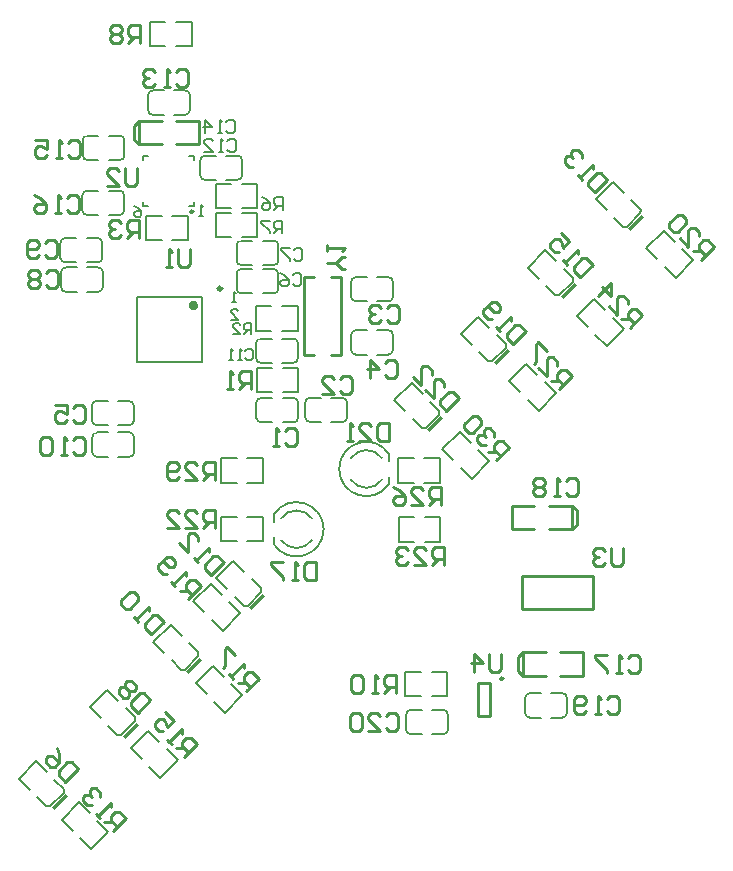
<source format=gbo>
G04 Layer_Color=32896*
%FSLAX25Y25*%
%MOIN*%
G70*
G01*
G75*
%ADD15C,0.01000*%
%ADD46C,0.00787*%
%ADD47C,0.00600*%
G04:AMPARAMS|DCode=48|XSize=11.81mil|YSize=62.99mil|CornerRadius=0mil|HoleSize=0mil|Usage=FLASHONLY|Rotation=135.000|XOffset=0mil|YOffset=0mil|HoleType=Round|Shape=Rectangle|*
%AMROTATEDRECTD48*
4,1,4,0.02645,0.01810,-0.01810,-0.02645,-0.02645,-0.01810,0.01810,0.02645,0.02645,0.01810,0.0*
%
%ADD48ROTATEDRECTD48*%

%ADD75C,0.00984*%
%ADD76C,0.01181*%
%ADD77C,0.01575*%
%ADD78C,0.00700*%
D15*
X172895Y52338D02*
X174612Y50755D01*
X172895Y57062D02*
X174612Y58645D01*
X172895Y52338D02*
Y57062D01*
X174612Y58645D02*
X182238D01*
X186962D02*
X194588D01*
X186962Y50755D02*
X194588D01*
X174612D02*
X182238D01*
X194588D02*
Y58645D01*
X174612Y50755D02*
Y58645D01*
X190788Y107545D02*
X192505Y105962D01*
X190788Y99655D02*
X192505Y101238D01*
Y105962D01*
X183162Y99655D02*
X190788D01*
X170812D02*
X178438D01*
X170812Y107545D02*
X178438D01*
X183162D02*
X190788D01*
X170812Y99655D02*
Y107545D01*
X190788Y99655D02*
Y107545D01*
X44895Y229538D02*
X46612Y227955D01*
X44895Y234262D02*
X46612Y235845D01*
X44895Y229538D02*
Y234262D01*
X46612Y235845D02*
X54238D01*
X58962D02*
X66588D01*
X58962Y227955D02*
X66588D01*
X46612D02*
X54238D01*
X66588D02*
Y235845D01*
X46612Y227955D02*
Y235845D01*
X114099Y157709D02*
X114099Y183891D01*
X110556Y157709D02*
X114099D01*
X110556Y183891D02*
X114099D01*
X101501Y157709D02*
X105044D01*
X101501Y183891D02*
X105044D01*
X101501Y157709D02*
X101501Y183891D01*
X159731Y37488D02*
Y48512D01*
X163669Y37488D02*
Y48512D01*
X159731Y37488D02*
X163669D01*
X159731Y48512D02*
X163669D01*
X174289Y73088D02*
Y84112D01*
X197911D01*
Y73088D02*
Y84112D01*
X174289Y73088D02*
X197911D01*
X129401Y173498D02*
X130401Y174498D01*
X132400D01*
X133400Y173498D01*
Y169500D01*
X132400Y168500D01*
X130401D01*
X129401Y169500D01*
X127402Y173498D02*
X126402Y174498D01*
X124403D01*
X123403Y173498D01*
Y172499D01*
X124403Y171499D01*
X125403D01*
X124403D01*
X123403Y170499D01*
Y169500D01*
X124403Y168500D01*
X126402D01*
X127402Y169500D01*
X128697Y155229D02*
X129697Y156229D01*
X131696D01*
X132696Y155229D01*
Y151231D01*
X131696Y150231D01*
X129697D01*
X128697Y151231D01*
X123699Y150231D02*
Y156229D01*
X126698Y153230D01*
X122699D01*
X130000Y135098D02*
Y129100D01*
X127001D01*
X126001Y130100D01*
Y134098D01*
X127001Y135098D01*
X130000D01*
X120003Y129100D02*
X124002D01*
X120003Y133099D01*
Y134098D01*
X121003Y135098D01*
X123002D01*
X124002Y134098D01*
X118004Y129100D02*
X116005D01*
X117004D01*
Y135098D01*
X118004Y134098D01*
X105600Y88798D02*
Y82800D01*
X102601D01*
X101601Y83800D01*
Y87798D01*
X102601Y88798D01*
X105600D01*
X99602Y82800D02*
X97603D01*
X98602D01*
Y88798D01*
X99602Y87798D01*
X94604Y88798D02*
X90605D01*
Y87798D01*
X94604Y83800D01*
Y82800D01*
X72100Y116200D02*
Y122198D01*
X69101D01*
X68101Y121198D01*
Y119199D01*
X69101Y118199D01*
X72100D01*
X70101D02*
X68101Y116200D01*
X62103D02*
X66102D01*
X62103Y120199D01*
Y121198D01*
X63103Y122198D01*
X65102D01*
X66102Y121198D01*
X60104Y117200D02*
X59104Y116200D01*
X57105D01*
X56105Y117200D01*
Y121198D01*
X57105Y122198D01*
X59104D01*
X60104Y121198D01*
Y120199D01*
X59104Y119199D01*
X56105D01*
X72000Y100200D02*
Y106198D01*
X69001D01*
X68001Y105198D01*
Y103199D01*
X69001Y102199D01*
X72000D01*
X70001D02*
X68001Y100200D01*
X62003D02*
X66002D01*
X62003Y104199D01*
Y105198D01*
X63003Y106198D01*
X65002D01*
X66002Y105198D01*
X56005Y100200D02*
X60004D01*
X56005Y104199D01*
Y105198D01*
X57005Y106198D01*
X59004D01*
X60004Y105198D01*
X74841Y88641D02*
X70600Y84400D01*
X68479Y86521D01*
Y87934D01*
X71307Y90762D01*
X72721D01*
X74841Y88641D01*
X66359D02*
X64945Y90055D01*
X65652Y89348D01*
X69893Y93589D01*
Y92176D01*
X59997Y95003D02*
X62824Y92176D01*
Y97831D01*
X63531Y98538D01*
X64945D01*
X66359Y97124D01*
Y95710D01*
X63000Y76400D02*
X67241Y80641D01*
X65121Y82762D01*
X63707D01*
X62293Y81348D01*
Y79934D01*
X64414Y77814D01*
X63000Y79228D02*
X60172D01*
X58759Y80641D02*
X57345Y82055D01*
X58052Y81348D01*
X62293Y85589D01*
Y84176D01*
X55931Y84882D02*
X54518D01*
X53104Y86296D01*
Y87710D01*
X55931Y90538D01*
X57345D01*
X58759Y89124D01*
Y87710D01*
X58052Y87003D01*
X56638D01*
X54518Y89124D01*
X82300Y45700D02*
X86541Y49941D01*
X84421Y52062D01*
X83007D01*
X81593Y50648D01*
Y49234D01*
X83714Y47114D01*
X82300Y48528D02*
X79473D01*
X78059Y49941D02*
X76645Y51355D01*
X77352Y50648D01*
X81593Y54889D01*
Y53476D01*
X78766Y57717D02*
X75938Y60544D01*
X75231Y59838D01*
Y54182D01*
X74524Y53476D01*
X54841Y68941D02*
X50600Y64700D01*
X48479Y66821D01*
Y68234D01*
X51307Y71062D01*
X52721D01*
X54841Y68941D01*
X46359D02*
X44945Y70355D01*
X45652Y69648D01*
X49893Y73889D01*
Y72476D01*
X46359Y76010D02*
Y77424D01*
X44945Y78838D01*
X43531D01*
X40704Y76010D01*
Y74596D01*
X42118Y73182D01*
X43531D01*
X46359Y76010D01*
X50441Y42841D02*
X46200Y38600D01*
X44079Y40721D01*
Y42134D01*
X46907Y44962D01*
X48321D01*
X50441Y42841D01*
X45493Y46376D02*
Y47789D01*
X44079Y49203D01*
X42666D01*
X41959Y48496D01*
Y47082D01*
X40545D01*
X39838Y46376D01*
Y44962D01*
X41252Y43548D01*
X42666D01*
X43372Y44255D01*
Y45669D01*
X44786D01*
X45493Y46376D01*
X43372Y45669D02*
X41959Y47082D01*
X61700Y23800D02*
X65941Y28041D01*
X63821Y30162D01*
X62407D01*
X60993Y28748D01*
Y27334D01*
X63114Y25214D01*
X61700Y26627D02*
X58872D01*
X57459Y28041D02*
X56045Y29455D01*
X56752Y28748D01*
X60993Y32989D01*
Y31576D01*
X55338Y38644D02*
X58166Y35817D01*
X56045Y33696D01*
X55338Y35817D01*
X54631Y36524D01*
X53218D01*
X51804Y35110D01*
Y33696D01*
X53218Y32283D01*
X54631D01*
X37900Y-800D02*
X42141Y3441D01*
X40021Y5562D01*
X38607D01*
X37193Y4148D01*
Y2734D01*
X39314Y614D01*
X37900Y2028D02*
X35072D01*
X33659Y3441D02*
X32245Y4855D01*
X32952Y4148D01*
X37193Y8389D01*
Y6976D01*
X33659Y10510D02*
Y11924D01*
X32245Y13338D01*
X30831D01*
X30124Y12631D01*
Y11217D01*
X30831Y10510D01*
X30124Y11217D01*
X28711D01*
X28004Y10510D01*
Y9096D01*
X29417Y7683D01*
X30831D01*
X147200Y107800D02*
Y113798D01*
X144201D01*
X143201Y112798D01*
Y110799D01*
X144201Y109799D01*
X147200D01*
X145201D02*
X143201Y107800D01*
X137203D02*
X141202D01*
X137203Y111799D01*
Y112798D01*
X138203Y113798D01*
X140202D01*
X141202Y112798D01*
X131205Y113798D02*
X133204Y112798D01*
X135204Y110799D01*
Y108800D01*
X134204Y107800D01*
X132205D01*
X131205Y108800D01*
Y109799D01*
X132205Y110799D01*
X135204D01*
X148200Y87700D02*
Y93698D01*
X145201D01*
X144201Y92698D01*
Y90699D01*
X145201Y89699D01*
X148200D01*
X146201D02*
X144201Y87700D01*
X138203D02*
X142202D01*
X138203Y91699D01*
Y92698D01*
X139203Y93698D01*
X141202D01*
X142202Y92698D01*
X136204D02*
X135204Y93698D01*
X133205D01*
X132205Y92698D01*
Y91699D01*
X133205Y90699D01*
X134204D01*
X133205D01*
X132205Y89699D01*
Y88700D01*
X133205Y87700D01*
X135204D01*
X136204Y88700D01*
X153341Y143441D02*
X149100Y139200D01*
X146979Y141321D01*
Y142734D01*
X149807Y145562D01*
X151221D01*
X153341Y143441D01*
X142031Y146269D02*
X144859Y143441D01*
Y149096D01*
X145566Y149803D01*
X146979D01*
X148393Y148389D01*
Y146976D01*
X137790Y150510D02*
X140618Y147682D01*
Y153338D01*
X141324Y154044D01*
X142738D01*
X144152Y152631D01*
Y151217D01*
X165700Y122700D02*
X169941Y126941D01*
X167821Y129062D01*
X166407D01*
X164993Y127648D01*
Y126234D01*
X167114Y124114D01*
X165700Y125528D02*
X162873D01*
X164993Y130476D02*
Y131889D01*
X163579Y133303D01*
X162166D01*
X161459Y132596D01*
Y131183D01*
X162166Y130476D01*
X161459Y131183D01*
X160045D01*
X159338Y130476D01*
Y129062D01*
X160752Y127648D01*
X162166D01*
X160752Y134717D02*
Y136131D01*
X159338Y137544D01*
X157924D01*
X155097Y134717D01*
Y133303D01*
X156511Y131889D01*
X157924D01*
X160752Y134717D01*
X175541Y165641D02*
X171300Y161400D01*
X169179Y163521D01*
Y164934D01*
X172007Y167762D01*
X173421D01*
X175541Y165641D01*
X167059D02*
X165645Y167055D01*
X166352Y166348D01*
X170593Y170589D01*
Y169176D01*
X164231Y169883D02*
X162818D01*
X161404Y171296D01*
Y172710D01*
X164231Y175538D01*
X165645D01*
X167059Y174124D01*
Y172710D01*
X166352Y172003D01*
X164938D01*
X162818Y174124D01*
X186700Y146400D02*
X190941Y150641D01*
X188821Y152762D01*
X187407D01*
X185993Y151348D01*
Y149934D01*
X188114Y147814D01*
X186700Y149227D02*
X183872D01*
X179631Y153469D02*
X182459Y150641D01*
Y156296D01*
X183166Y157003D01*
X184579D01*
X185993Y155589D01*
Y154176D01*
X182459Y159124D02*
X179631Y161951D01*
X178924Y161244D01*
Y155589D01*
X178217Y154883D01*
X197841Y187941D02*
X193600Y183700D01*
X191479Y185821D01*
Y187234D01*
X194307Y190062D01*
X195721D01*
X197841Y187941D01*
X189359D02*
X187945Y189355D01*
X188652Y188648D01*
X192893Y192889D01*
Y191476D01*
X187238Y198544D02*
X190066Y195717D01*
X187945Y193596D01*
X187238Y195717D01*
X186531Y196424D01*
X185117D01*
X183704Y195010D01*
Y193596D01*
X185117Y192183D01*
X186531D01*
X210200Y166900D02*
X214441Y171141D01*
X212321Y173262D01*
X210907D01*
X209493Y171848D01*
Y170434D01*
X211614Y168314D01*
X210200Y169728D02*
X207372D01*
X203131Y173969D02*
X205959Y171141D01*
Y176796D01*
X206666Y177503D01*
X208079D01*
X209493Y176089D01*
Y174676D01*
X199597Y177503D02*
X203838Y181744D01*
Y177503D01*
X201011Y180331D01*
X202741Y216241D02*
X198500Y212000D01*
X196379Y214121D01*
Y215534D01*
X199207Y218362D01*
X200621D01*
X202741Y216241D01*
X194259D02*
X192845Y217655D01*
X193552Y216948D01*
X197793Y221189D01*
Y219776D01*
X194259Y223310D02*
Y224724D01*
X192845Y226138D01*
X191431D01*
X190724Y225431D01*
Y224017D01*
X191431Y223310D01*
X190724Y224017D01*
X189311D01*
X188604Y223310D01*
Y221896D01*
X190017Y220482D01*
X191431D01*
X234000Y189600D02*
X238241Y193841D01*
X236121Y195962D01*
X234707D01*
X233293Y194548D01*
Y193134D01*
X235414Y191014D01*
X234000Y192428D02*
X231172D01*
X226931Y196669D02*
X229759Y193841D01*
Y199496D01*
X230466Y200203D01*
X231879D01*
X233293Y198789D01*
Y197376D01*
X229052Y201617D02*
Y203031D01*
X227638Y204444D01*
X226224D01*
X223397Y201617D01*
Y200203D01*
X224811Y198789D01*
X226224D01*
X229052Y201617D01*
X22501Y210098D02*
X23501Y211098D01*
X25500D01*
X26500Y210098D01*
Y206100D01*
X25500Y205100D01*
X23501D01*
X22501Y206100D01*
X20502Y205100D02*
X18503D01*
X19502D01*
Y211098D01*
X20502Y210098D01*
X11505Y211098D02*
X13504Y210098D01*
X15504Y208099D01*
Y206100D01*
X14504Y205100D01*
X12505D01*
X11505Y206100D01*
Y207099D01*
X12505Y208099D01*
X15504D01*
X26241Y19841D02*
X22000Y15600D01*
X19879Y17721D01*
Y19134D01*
X22707Y21962D01*
X24121D01*
X26241Y19841D01*
X19173Y26910D02*
X19879Y24789D01*
Y21962D01*
X18466Y20548D01*
X17052D01*
X15638Y21962D01*
Y23376D01*
X16345Y24082D01*
X17759D01*
X19879Y21962D01*
X23101Y228498D02*
X24101Y229498D01*
X26100D01*
X27100Y228498D01*
Y224500D01*
X26100Y223500D01*
X24101D01*
X23101Y224500D01*
X21102Y223500D02*
X19103D01*
X20102D01*
Y229498D01*
X21102Y228498D01*
X12105Y229498D02*
X16104D01*
Y226499D01*
X14104Y227499D01*
X13104D01*
X12105Y226499D01*
Y224500D01*
X13104Y223500D01*
X15104D01*
X16104Y224500D01*
X59101Y251998D02*
X60101Y252998D01*
X62100D01*
X63100Y251998D01*
Y248000D01*
X62100Y247000D01*
X60101D01*
X59101Y248000D01*
X57102Y247000D02*
X55103D01*
X56102D01*
Y252998D01*
X57102Y251998D01*
X52104D02*
X51104Y252998D01*
X49104D01*
X48105Y251998D01*
Y250999D01*
X49104Y249999D01*
X50104D01*
X49104D01*
X48105Y248999D01*
Y248000D01*
X49104Y247000D01*
X51104D01*
X52104Y248000D01*
X113501Y149698D02*
X114501Y150698D01*
X116500D01*
X117500Y149698D01*
Y145700D01*
X116500Y144700D01*
X114501D01*
X113501Y145700D01*
X107503Y144700D02*
X111502D01*
X107503Y148699D01*
Y149698D01*
X108503Y150698D01*
X110502D01*
X111502Y149698D01*
X95401Y132498D02*
X96401Y133498D01*
X98400D01*
X99400Y132498D01*
Y128500D01*
X98400Y127500D01*
X96401D01*
X95401Y128500D01*
X93402Y127500D02*
X91403D01*
X92402D01*
Y133498D01*
X93402Y132498D01*
X24501Y140098D02*
X25501Y141098D01*
X27500D01*
X28500Y140098D01*
Y136100D01*
X27500Y135100D01*
X25501D01*
X24501Y136100D01*
X18503Y141098D02*
X22502D01*
Y138099D01*
X20503Y139099D01*
X19503D01*
X18503Y138099D01*
Y136100D01*
X19503Y135100D01*
X21502D01*
X22502Y136100D01*
X24601Y129598D02*
X25601Y130598D01*
X27600D01*
X28600Y129598D01*
Y125600D01*
X27600Y124600D01*
X25601D01*
X24601Y125600D01*
X22602Y124600D02*
X20603D01*
X21602D01*
Y130598D01*
X22602Y129598D01*
X17604D02*
X16604Y130598D01*
X14604D01*
X13605Y129598D01*
Y125600D01*
X14604Y124600D01*
X16604D01*
X17604Y125600D01*
Y129598D01*
X15201Y195198D02*
X16201Y196198D01*
X18200D01*
X19200Y195198D01*
Y191200D01*
X18200Y190200D01*
X16201D01*
X15201Y191200D01*
X13202D02*
X12202Y190200D01*
X10203D01*
X9203Y191200D01*
Y195198D01*
X10203Y196198D01*
X12202D01*
X13202Y195198D01*
Y194199D01*
X12202Y193199D01*
X9203D01*
X15501Y185198D02*
X16501Y186198D01*
X18500D01*
X19500Y185198D01*
Y181200D01*
X18500Y180200D01*
X16501D01*
X15501Y181200D01*
X13502Y185198D02*
X12502Y186198D01*
X10503D01*
X9503Y185198D01*
Y184199D01*
X10503Y183199D01*
X9503Y182199D01*
Y181200D01*
X10503Y180200D01*
X12502D01*
X13502Y181200D01*
Y182199D01*
X12502Y183199D01*
X13502Y184199D01*
Y185198D01*
X12502Y183199D02*
X10503D01*
X189101Y115698D02*
X190101Y116698D01*
X192100D01*
X193100Y115698D01*
Y111700D01*
X192100Y110700D01*
X190101D01*
X189101Y111700D01*
X187102Y110700D02*
X185103D01*
X186102D01*
Y116698D01*
X187102Y115698D01*
X182104D02*
X181104Y116698D01*
X179104D01*
X178105Y115698D01*
Y114699D01*
X179104Y113699D01*
X178105Y112699D01*
Y111700D01*
X179104Y110700D01*
X181104D01*
X182104Y111700D01*
Y112699D01*
X181104Y113699D01*
X182104Y114699D01*
Y115698D01*
X181104Y113699D02*
X179104D01*
X209501Y56698D02*
X210501Y57698D01*
X212500D01*
X213500Y56698D01*
Y52700D01*
X212500Y51700D01*
X210501D01*
X209501Y52700D01*
X207502Y51700D02*
X205503D01*
X206502D01*
Y57698D01*
X207502Y56698D01*
X202504Y57698D02*
X198505D01*
Y56698D01*
X202504Y52700D01*
Y51700D01*
X129001Y37498D02*
X130001Y38498D01*
X132000D01*
X133000Y37498D01*
Y33500D01*
X132000Y32500D01*
X130001D01*
X129001Y33500D01*
X123003Y32500D02*
X127002D01*
X123003Y36499D01*
Y37498D01*
X124003Y38498D01*
X126002D01*
X127002Y37498D01*
X121004D02*
X120004Y38498D01*
X118005D01*
X117005Y37498D01*
Y33500D01*
X118005Y32500D01*
X120004D01*
X121004Y33500D01*
Y37498D01*
X202501Y43098D02*
X203501Y44098D01*
X205500D01*
X206500Y43098D01*
Y39100D01*
X205500Y38100D01*
X203501D01*
X202501Y39100D01*
X200502Y38100D02*
X198503D01*
X199502D01*
Y44098D01*
X200502Y43098D01*
X195504Y39100D02*
X194504Y38100D01*
X192505D01*
X191505Y39100D01*
Y43098D01*
X192505Y44098D01*
X194504D01*
X195504Y43098D01*
Y42099D01*
X194504Y41099D01*
X191505D01*
X46900Y261700D02*
Y267698D01*
X43901D01*
X42901Y266698D01*
Y264699D01*
X43901Y263699D01*
X46900D01*
X44901D02*
X42901Y261700D01*
X40902Y266698D02*
X39902Y267698D01*
X37903D01*
X36903Y266698D01*
Y265699D01*
X37903Y264699D01*
X36903Y263699D01*
Y262700D01*
X37903Y261700D01*
X39902D01*
X40902Y262700D01*
Y263699D01*
X39902Y264699D01*
X40902Y265699D01*
Y266698D01*
X39902Y264699D02*
X37903D01*
X46700Y196800D02*
Y202798D01*
X43701D01*
X42701Y201798D01*
Y199799D01*
X43701Y198799D01*
X46700D01*
X44701D02*
X42701Y196800D01*
X40702Y201798D02*
X39702Y202798D01*
X37703D01*
X36703Y201798D01*
Y200799D01*
X37703Y199799D01*
X38703D01*
X37703D01*
X36703Y198799D01*
Y197800D01*
X37703Y196800D01*
X39702D01*
X40702Y197800D01*
X83900Y146300D02*
Y152298D01*
X80901D01*
X79901Y151298D01*
Y149299D01*
X80901Y148299D01*
X83900D01*
X81901D02*
X79901Y146300D01*
X77902D02*
X75903D01*
X76902D01*
Y152298D01*
X77902Y151298D01*
X132200Y45100D02*
Y51098D01*
X129201D01*
X128201Y50098D01*
Y48099D01*
X129201Y47099D01*
X132200D01*
X130201D02*
X128201Y45100D01*
X126202D02*
X124203D01*
X125202D01*
Y51098D01*
X126202Y50098D01*
X121204D02*
X120204Y51098D01*
X118204D01*
X117205Y50098D01*
Y46100D01*
X118204Y45100D01*
X120204D01*
X121204Y46100D01*
Y50098D01*
X45900Y219998D02*
Y215000D01*
X44900Y214000D01*
X42901D01*
X41901Y215000D01*
Y219998D01*
X35903Y214000D02*
X39902D01*
X35903Y217999D01*
Y218998D01*
X36903Y219998D01*
X38902D01*
X39902Y218998D01*
X63600Y193098D02*
Y188100D01*
X62600Y187100D01*
X60601D01*
X59601Y188100D01*
Y193098D01*
X57602Y187100D02*
X55603D01*
X56602D01*
Y193098D01*
X57602Y192098D01*
X208100Y93498D02*
Y88500D01*
X207100Y87500D01*
X205101D01*
X204101Y88500D01*
Y93498D01*
X202102Y92498D02*
X201102Y93498D01*
X199103D01*
X198103Y92498D01*
Y91499D01*
X199103Y90499D01*
X200103D01*
X199103D01*
X198103Y89499D01*
Y88500D01*
X199103Y87500D01*
X201102D01*
X202102Y88500D01*
X167400Y57998D02*
Y53000D01*
X166400Y52000D01*
X164401D01*
X163401Y53000D01*
Y57998D01*
X158403Y52000D02*
Y57998D01*
X161402Y54999D01*
X157403D01*
X115198Y186500D02*
X114198D01*
X112199Y188499D01*
X114198Y190499D01*
X115198D01*
X112199Y188499D02*
X109200D01*
Y192498D02*
Y194497D01*
Y193498D01*
X115198D01*
X114198Y192498D01*
D46*
X117332Y177200D02*
G03*
X118906Y175625I1575J0D01*
G01*
X118906Y183775D02*
G03*
X117332Y182200I0J-1575D01*
G01*
X131269Y182200D02*
G03*
X129694Y183775I-1575J0D01*
G01*
X129694Y175625D02*
G03*
X131269Y177200I-0J1575D01*
G01*
X117332Y159500D02*
G03*
X118906Y157925I1575J0D01*
G01*
X118906Y166075D02*
G03*
X117332Y164500I0J-1575D01*
G01*
X131269Y164500D02*
G03*
X129694Y166075I-1575J0D01*
G01*
X129694Y157925D02*
G03*
X131269Y159500I-0J1575D01*
G01*
X127560Y123412D02*
G03*
X117239Y123412I-5161J-3612D01*
G01*
X129934Y124823D02*
G03*
X129934Y114777I-7534J-5023D01*
G01*
X117239Y116188D02*
G03*
X127560Y116188I5161J3612D01*
G01*
X93940Y96088D02*
G03*
X104261Y96088I5161J3612D01*
G01*
X91566Y94677D02*
G03*
X91566Y104723I7534J5023D01*
G01*
X104261Y103312D02*
G03*
X93940Y103312I-5161J-3612D01*
G01*
X67032Y217700D02*
G03*
X68606Y216125I1575J0D01*
G01*
X68606Y224275D02*
G03*
X67032Y222700I0J-1575D01*
G01*
X80968Y222700D02*
G03*
X79394Y224275I-1575J0D01*
G01*
X79394Y216125D02*
G03*
X80968Y217700I-0J1575D01*
G01*
X27731Y206000D02*
G03*
X29306Y204425I1575J0D01*
G01*
X29306Y212575D02*
G03*
X27731Y211000I0J-1575D01*
G01*
X41668Y211000D02*
G03*
X40094Y212575I-1575J0D01*
G01*
X40094Y204425D02*
G03*
X41668Y206000I-0J1575D01*
G01*
X176906Y45075D02*
G03*
X175331Y43500I0J-1575D01*
G01*
X175331Y38500D02*
G03*
X176906Y36925I1575J0D01*
G01*
X187694Y36925D02*
G03*
X189269Y38500I0J1575D01*
G01*
X189269Y43500D02*
G03*
X187694Y45075I-1575J0D01*
G01*
X147994Y31325D02*
G03*
X149568Y32900I-0J1575D01*
G01*
X149568Y37900D02*
G03*
X147994Y39475I-1575J0D01*
G01*
X137206Y39475D02*
G03*
X135632Y37900I0J-1575D01*
G01*
X135632Y32900D02*
G03*
X137206Y31325I1575J0D01*
G01*
X32606Y131975D02*
G03*
X31032Y130400I0J-1575D01*
G01*
X31032Y125400D02*
G03*
X32606Y123825I1575J0D01*
G01*
X43394Y123825D02*
G03*
X44969Y125400I0J1575D01*
G01*
X44969Y130400D02*
G03*
X43394Y131975I-1575J0D01*
G01*
X32506Y142475D02*
G03*
X30931Y140900I0J-1575D01*
G01*
X30931Y135900D02*
G03*
X32506Y134325I1575J0D01*
G01*
X43294Y134325D02*
G03*
X44868Y135900I0J1575D01*
G01*
X44868Y140900D02*
G03*
X43294Y142475I-1575J0D01*
G01*
X22206Y186975D02*
G03*
X20631Y185400I0J-1575D01*
G01*
X20631Y180400D02*
G03*
X22206Y178825I1575J0D01*
G01*
X32994Y178825D02*
G03*
X34569Y180400I0J1575D01*
G01*
X34569Y185400D02*
G03*
X32994Y186975I-1575J0D01*
G01*
X22006Y196775D02*
G03*
X20432Y195200I0J-1575D01*
G01*
X20432Y190200D02*
G03*
X22006Y188625I1575J0D01*
G01*
X32794Y188625D02*
G03*
X34369Y190200I0J1575D01*
G01*
X34369Y195200D02*
G03*
X32794Y196775I-1575J0D01*
G01*
X103606Y143575D02*
G03*
X102032Y142000I0J-1575D01*
G01*
X102032Y137000D02*
G03*
X103606Y135425I1575J0D01*
G01*
X114394Y135425D02*
G03*
X115969Y137000I0J1575D01*
G01*
X115969Y142000D02*
G03*
X114394Y143575I-1575J0D01*
G01*
X87206Y163275D02*
G03*
X85632Y161700I0J-1575D01*
G01*
X85632Y156700D02*
G03*
X87206Y155125I1575J0D01*
G01*
X97994Y155125D02*
G03*
X99568Y156700I0J1575D01*
G01*
X99568Y161700D02*
G03*
X97994Y163275I-1575J0D01*
G01*
X98094Y135325D02*
G03*
X99669Y136900I-0J1575D01*
G01*
X99669Y141900D02*
G03*
X98094Y143475I-1575J0D01*
G01*
X87306Y143475D02*
G03*
X85732Y141900I0J-1575D01*
G01*
X85732Y136900D02*
G03*
X87306Y135325I1575J0D01*
G01*
X29406Y230875D02*
G03*
X27832Y229300I0J-1575D01*
G01*
X27832Y224300D02*
G03*
X29406Y222725I1575J0D01*
G01*
X40194Y222725D02*
G03*
X41769Y224300I0J1575D01*
G01*
X41769Y229300D02*
G03*
X40194Y230875I-1575J0D01*
G01*
X91494Y187725D02*
G03*
X93068Y189300I-0J1575D01*
G01*
X93068Y194300D02*
G03*
X91494Y195875I-1575J0D01*
G01*
X80706Y195875D02*
G03*
X79132Y194300I0J-1575D01*
G01*
X79132Y189300D02*
G03*
X80706Y187725I1575J0D01*
G01*
X80706Y186475D02*
G03*
X79132Y184900I0J-1575D01*
G01*
X79132Y179900D02*
G03*
X80706Y178325I1575J0D01*
G01*
X91494Y178325D02*
G03*
X93068Y179900I0J1575D01*
G01*
X93068Y184900D02*
G03*
X91494Y186475I-1575J0D01*
G01*
X51206Y245975D02*
G03*
X49632Y244400I0J-1575D01*
G01*
X49632Y239400D02*
G03*
X51206Y237825I1575J0D01*
G01*
X61994Y237825D02*
G03*
X63569Y239400I0J1575D01*
G01*
X63569Y244400D02*
G03*
X61994Y245975I-1575J0D01*
G01*
X72132Y206725D02*
X77328D01*
X80872D02*
X86068D01*
X80872Y214875D02*
X86068D01*
X72132D02*
X77328D01*
X72132Y206725D02*
Y214875D01*
X86068Y206725D02*
Y214875D01*
X72132Y197125D02*
X77328D01*
X80872D02*
X86068D01*
X80872Y205275D02*
X86068D01*
X72132D02*
X77328D01*
X72132Y197125D02*
Y205275D01*
X86068Y197125D02*
Y205275D01*
X117332Y177200D02*
Y182200D01*
X118906Y183775D02*
X122528D01*
X131269Y177200D02*
Y182200D01*
X126072Y183775D02*
X129694D01*
X126072Y175625D02*
X129694D01*
X118906D02*
X122528D01*
X117332Y159500D02*
Y164500D01*
X118906Y166075D02*
X122528D01*
X131269Y159500D02*
Y164500D01*
X126072Y166075D02*
X129694D01*
X126072Y157925D02*
X129694D01*
X118906D02*
X122528D01*
X129934Y122300D02*
Y124823D01*
Y114754D02*
Y117277D01*
X91566Y94677D02*
Y97200D01*
Y102223D02*
Y104746D01*
X82772Y123375D02*
X87968D01*
X74032D02*
X79228D01*
X74032Y115225D02*
X79228D01*
X82772D02*
X87968D01*
Y123375D01*
X74032Y115225D02*
Y123375D01*
X82772Y103775D02*
X87968D01*
X74032D02*
X79228D01*
X74032Y95625D02*
X79228D01*
X82772D02*
X87968D01*
Y103775D01*
X74032Y95625D02*
Y103775D01*
X78471Y77266D02*
X81492Y74245D01*
X82800D01*
X87255Y78700D02*
X87296Y79966D01*
X84234Y83029D02*
X87296Y79966D01*
X78054Y89209D02*
X81729Y85534D01*
X72291Y83446D02*
X75966Y79771D01*
X82800Y74245D02*
X87255Y78700D01*
X72291Y83446D02*
X78054Y89209D01*
X76634Y75329D02*
X80309Y71654D01*
X70454Y81509D02*
X74129Y77834D01*
X64691Y75746D02*
X68366Y72071D01*
X70871Y69566D02*
X74546Y65891D01*
X80309Y71654D01*
X64691Y75746D02*
X70454Y81509D01*
X65491Y48446D02*
X69166Y44771D01*
X71671Y42266D02*
X75346Y38591D01*
X77434Y48029D02*
X81109Y44354D01*
X71254Y54209D02*
X74929Y50534D01*
X65491Y48446D02*
X71254Y54209D01*
X75346Y38591D02*
X81109Y44354D01*
X57571Y55966D02*
X60592Y52945D01*
X61900D01*
X66355Y57400D02*
X66396Y58666D01*
X63334Y61729D02*
X66396Y58666D01*
X57154Y67909D02*
X60829Y64234D01*
X51391Y62146D02*
X55066Y58471D01*
X61900Y52945D02*
X66355Y57400D01*
X51391Y62146D02*
X57154Y67909D01*
X36371Y34266D02*
X39392Y31245D01*
X40700D01*
X45155Y35700D02*
X45196Y36966D01*
X42134Y40029D02*
X45196Y36966D01*
X35954Y46209D02*
X39629Y42534D01*
X30191Y40446D02*
X33866Y36771D01*
X40700Y31245D02*
X45155Y35700D01*
X30191Y40446D02*
X35954Y46209D01*
X43891Y26746D02*
X47566Y23071D01*
X50071Y20566D02*
X53746Y16891D01*
X55834Y26329D02*
X59509Y22654D01*
X49654Y32509D02*
X53329Y28834D01*
X43891Y26746D02*
X49654Y32509D01*
X53746Y16891D02*
X59509Y22654D01*
X20791Y2946D02*
X24466Y-729D01*
X26971Y-3234D02*
X30646Y-6909D01*
X32734Y2529D02*
X36409Y-1146D01*
X26554Y8709D02*
X30229Y5034D01*
X20791Y2946D02*
X26554Y8709D01*
X30646Y-6909D02*
X36409Y-1146D01*
X133031Y115225D02*
X138228D01*
X141772D02*
X146968D01*
X141772Y123375D02*
X146968D01*
X133031D02*
X138228D01*
X133031Y115225D02*
Y123375D01*
X146968Y115225D02*
Y123375D01*
X133132Y95525D02*
X138328D01*
X141872D02*
X147069D01*
X141872Y103675D02*
X147069D01*
X133132D02*
X138328D01*
X133132Y95525D02*
Y103675D01*
X147069Y95525D02*
Y103675D01*
X137871Y136466D02*
X140892Y133445D01*
X142200D01*
X146655Y137900D02*
X146696Y139166D01*
X143634Y142229D02*
X146696Y139166D01*
X137454Y148409D02*
X141129Y144734D01*
X131691Y142646D02*
X135366Y138971D01*
X142200Y133445D02*
X146655Y137900D01*
X131691Y142646D02*
X137454Y148409D01*
X147691Y126446D02*
X151366Y122771D01*
X153871Y120266D02*
X157546Y116591D01*
X159634Y126029D02*
X163309Y122354D01*
X153454Y132209D02*
X157129Y128534D01*
X147691Y126446D02*
X153454Y132209D01*
X157546Y116591D02*
X163309Y122354D01*
X160071Y158666D02*
X163092Y155645D01*
X164400D01*
X168855Y160100D02*
X168896Y161366D01*
X165834Y164429D02*
X168896Y161366D01*
X159654Y170609D02*
X163329Y166934D01*
X153891Y164846D02*
X157566Y161171D01*
X164400Y155645D02*
X168855Y160100D01*
X153891Y164846D02*
X159654Y170609D01*
X169991Y149046D02*
X173666Y145371D01*
X176171Y142866D02*
X179846Y139191D01*
X181934Y148629D02*
X185609Y144954D01*
X175754Y154809D02*
X179429Y151134D01*
X169991Y149046D02*
X175754Y154809D01*
X179846Y139191D02*
X185609Y144954D01*
X182371Y180766D02*
X185392Y177745D01*
X186700D01*
X191155Y182200D02*
X191196Y183466D01*
X188134Y186529D02*
X191196Y183466D01*
X181954Y192709D02*
X185629Y189034D01*
X176191Y186946D02*
X179866Y183271D01*
X186700Y177745D02*
X191155Y182200D01*
X176191Y186946D02*
X181954Y192709D01*
X192591Y170646D02*
X196266Y166971D01*
X198771Y164466D02*
X202446Y160791D01*
X204534Y170229D02*
X208209Y166554D01*
X198354Y176409D02*
X202029Y172734D01*
X192591Y170646D02*
X198354Y176409D01*
X202446Y160791D02*
X208209Y166554D01*
X204971Y203566D02*
X207992Y200545D01*
X209300D01*
X213755Y205000D02*
X213796Y206266D01*
X210734Y209329D02*
X213796Y206266D01*
X204554Y215509D02*
X208229Y211834D01*
X198791Y209746D02*
X202466Y206071D01*
X209300Y200545D02*
X213755Y205000D01*
X198791Y209746D02*
X204554Y215509D01*
X215691Y193446D02*
X219366Y189771D01*
X221871Y187266D02*
X225546Y183591D01*
X227634Y193029D02*
X231309Y189354D01*
X221454Y199209D02*
X225129Y195534D01*
X215691Y193446D02*
X221454Y199209D01*
X225546Y183591D02*
X231309Y189354D01*
X67032Y217700D02*
Y222700D01*
X68606Y224275D02*
X72228D01*
X80968Y217700D02*
Y222700D01*
X75772Y224275D02*
X79394D01*
X75772Y216125D02*
X79394D01*
X68606D02*
X72228D01*
X27731Y206000D02*
Y211000D01*
X29306Y212575D02*
X32928D01*
X41668Y206000D02*
Y211000D01*
X36472Y212575D02*
X40094D01*
X36472Y204425D02*
X40094D01*
X29306D02*
X32928D01*
X12671Y10366D02*
X15692Y7345D01*
X17000D01*
X21455Y11800D02*
X21496Y13066D01*
X18434Y16129D02*
X21496Y13066D01*
X12254Y22309D02*
X15929Y18634D01*
X6491Y16546D02*
X10166Y12871D01*
X17000Y7345D02*
X21455Y11800D01*
X6491Y16546D02*
X12254Y22309D01*
X184072Y45075D02*
X187694D01*
X176906D02*
X180528D01*
X176906Y36925D02*
X180528D01*
X175331Y38500D02*
Y43500D01*
X184072Y36925D02*
X187694D01*
X189269Y38500D02*
Y43500D01*
X135432Y44025D02*
Y52175D01*
X149369Y44025D02*
Y52175D01*
X144172Y44025D02*
X149369D01*
X135432D02*
X140628D01*
X135432Y52175D02*
X140628D01*
X144172D02*
X149369D01*
X137206Y31325D02*
X140828D01*
X144372D02*
X147994D01*
X144372Y39475D02*
X147994D01*
X149568Y32900D02*
Y37900D01*
X137206Y39475D02*
X140828D01*
X135632Y32900D02*
Y37900D01*
X39772Y131975D02*
X43394D01*
X32606D02*
X36228D01*
X32606Y123825D02*
X36228D01*
X31032Y125400D02*
Y130400D01*
X39772Y123825D02*
X43394D01*
X44969Y125400D02*
Y130400D01*
X39672Y142475D02*
X43294D01*
X32506D02*
X36128D01*
X32506Y134325D02*
X36128D01*
X30931Y135900D02*
Y140900D01*
X39672Y134325D02*
X43294D01*
X44868Y135900D02*
Y140900D01*
X29372Y186975D02*
X32994D01*
X22206D02*
X25828D01*
X22206Y178825D02*
X25828D01*
X20631Y180400D02*
Y185400D01*
X29372Y178825D02*
X32994D01*
X34569Y180400D02*
Y185400D01*
X29172Y196775D02*
X32794D01*
X22006D02*
X25628D01*
X22006Y188625D02*
X25628D01*
X20432Y190200D02*
Y195200D01*
X29172Y188625D02*
X32794D01*
X34369Y190200D02*
Y195200D01*
X67627Y155473D02*
Y177127D01*
X45973Y155473D02*
Y177127D01*
X67627D01*
X45973Y155473D02*
X67627D01*
X110772Y143575D02*
X114394D01*
X103606D02*
X107228D01*
X103606Y135425D02*
X107228D01*
X102032Y137000D02*
Y142000D01*
X110772Y135425D02*
X114394D01*
X115969Y137000D02*
Y142000D01*
X99468Y165825D02*
Y173975D01*
X85532Y165825D02*
Y173975D01*
X90728D01*
X94272D02*
X99468D01*
X94272Y165825D02*
X99468D01*
X85532D02*
X90728D01*
X94372Y163275D02*
X97994D01*
X87206D02*
X90828D01*
X87206Y155125D02*
X90828D01*
X85632Y156700D02*
Y161700D01*
X94372Y155125D02*
X97994D01*
X99568Y156700D02*
Y161700D01*
X99769Y145425D02*
Y153575D01*
X85831Y145425D02*
Y153575D01*
X91028D01*
X94572D02*
X99769D01*
X94572Y145425D02*
X99769D01*
X85831D02*
X91028D01*
X87306Y135325D02*
X90928D01*
X94472D02*
X98094D01*
X94472Y143475D02*
X98094D01*
X99669Y136900D02*
Y141900D01*
X87306Y143475D02*
X90928D01*
X85732Y136900D02*
Y141900D01*
X36572Y230875D02*
X40194D01*
X29406D02*
X33028D01*
X29406Y222725D02*
X33028D01*
X27832Y224300D02*
Y229300D01*
X36572Y222725D02*
X40194D01*
X41769Y224300D02*
Y229300D01*
X80706Y187725D02*
X84328D01*
X87872D02*
X91494D01*
X87872Y195875D02*
X91494D01*
X93068Y189300D02*
Y194300D01*
X80706Y195875D02*
X84328D01*
X79132Y189300D02*
Y194300D01*
X87872Y186475D02*
X91494D01*
X80706D02*
X84328D01*
X80706Y178325D02*
X84328D01*
X79132Y179900D02*
Y184900D01*
X87872Y178325D02*
X91494D01*
X93068Y179900D02*
Y184900D01*
X49031Y196125D02*
Y204275D01*
X62968Y196125D02*
Y204275D01*
X57772Y196125D02*
X62968D01*
X49031D02*
X54228D01*
X49031Y204275D02*
X54228D01*
X57772D02*
X62968D01*
X58372Y245975D02*
X61994D01*
X51206D02*
X54828D01*
X51206Y237825D02*
X54828D01*
X49632Y239400D02*
Y244400D01*
X58372Y237825D02*
X61994D01*
X63569Y239400D02*
Y244400D01*
X63290Y207335D02*
X64865D01*
Y208910D01*
Y222690D02*
Y224265D01*
X63290D02*
X64865D01*
X47935D02*
X49510D01*
X47935Y222690D02*
Y224265D01*
Y207335D02*
X49510D01*
X47935D02*
Y208910D01*
X50231Y260725D02*
Y268875D01*
X64169Y260725D02*
Y268875D01*
X58972Y260725D02*
X64169D01*
X50231D02*
X55428D01*
X50231Y268875D02*
X55428D01*
X58972D02*
X64169D01*
D47*
X82101Y159199D02*
X82701Y159799D01*
X83900D01*
X84500Y159199D01*
Y156800D01*
X83900Y156200D01*
X82701D01*
X82101Y156800D01*
X80901Y156200D02*
X79702D01*
X80301D01*
Y159799D01*
X80901Y159199D01*
X77902Y156200D02*
X76702D01*
X77302D01*
Y159799D01*
X77902Y159199D01*
X84000Y164800D02*
Y168399D01*
X82201D01*
X81601Y167799D01*
Y166599D01*
X82201Y166000D01*
X84000D01*
X82800D02*
X81601Y164800D01*
X78002D02*
X80401D01*
X78002Y167199D01*
Y167799D01*
X78602Y168399D01*
X79801D01*
X80401Y167799D01*
X78900Y175300D02*
X77700D01*
X78300D01*
Y178899D01*
X78900Y178299D01*
X77301Y169600D02*
X79700D01*
X77301Y171999D01*
Y172599D01*
X77901Y173199D01*
X79100D01*
X79700Y172599D01*
X67900Y204100D02*
X66700D01*
X67300D01*
Y207699D01*
X67900Y207099D01*
X45001Y207499D02*
X46200Y206899D01*
X47400Y205699D01*
Y204500D01*
X46800Y203900D01*
X45601D01*
X45001Y204500D01*
Y205100D01*
X45601Y205699D01*
X47400D01*
D48*
X85932Y75568D02*
D03*
X65032Y54268D02*
D03*
X43832Y32568D02*
D03*
X145332Y134768D02*
D03*
X167532Y156968D02*
D03*
X189832Y179068D02*
D03*
X212432Y201868D02*
D03*
X20132Y8668D02*
D03*
D75*
X168098Y49890D02*
G03*
X168098Y49890I-492J0D01*
G01*
X64766Y205564D02*
G03*
X64766Y205564I-492J0D01*
G01*
D76*
X74221Y179883D02*
G03*
X74221Y179883I-591J0D01*
G01*
D77*
X65560Y174272D02*
G03*
X65560Y174272I-787J0D01*
G01*
D78*
X94500Y206200D02*
Y210399D01*
X92401D01*
X91701Y209699D01*
Y208299D01*
X92401Y207599D01*
X94500D01*
X93101D02*
X91701Y206200D01*
X87502Y210399D02*
X88902Y209699D01*
X90301Y208299D01*
Y206900D01*
X89602Y206200D01*
X88202D01*
X87502Y206900D01*
Y207599D01*
X88202Y208299D01*
X90301D01*
X94400Y198300D02*
Y202499D01*
X92301D01*
X91601Y201799D01*
Y200399D01*
X92301Y199699D01*
X94400D01*
X93001D02*
X91601Y198300D01*
X90201Y202499D02*
X87402D01*
Y201799D01*
X90201Y199000D01*
Y198300D01*
X76101Y228999D02*
X76801Y229699D01*
X78200D01*
X78900Y228999D01*
Y226200D01*
X78200Y225500D01*
X76801D01*
X76101Y226200D01*
X74701Y225500D02*
X73302D01*
X74002D01*
Y229699D01*
X74701Y228999D01*
X68403Y225500D02*
X71202D01*
X68403Y228299D01*
Y228999D01*
X69103Y229699D01*
X70503D01*
X71202Y228999D01*
X75701Y235299D02*
X76401Y235999D01*
X77800D01*
X78500Y235299D01*
Y232500D01*
X77800Y231800D01*
X76401D01*
X75701Y232500D01*
X74301Y231800D02*
X72902D01*
X73601D01*
Y235999D01*
X74301Y235299D01*
X68703Y231800D02*
Y235999D01*
X70802Y233899D01*
X68003D01*
X98201Y192699D02*
X98901Y193399D01*
X100300D01*
X101000Y192699D01*
Y189900D01*
X100300Y189200D01*
X98901D01*
X98201Y189900D01*
X96801Y193399D02*
X94002D01*
Y192699D01*
X96801Y189900D01*
Y189200D01*
X97901Y184299D02*
X98601Y184999D01*
X100000D01*
X100700Y184299D01*
Y181500D01*
X100000Y180800D01*
X98601D01*
X97901Y181500D01*
X93702Y184999D02*
X95102Y184299D01*
X96501Y182899D01*
Y181500D01*
X95802Y180800D01*
X94402D01*
X93702Y181500D01*
Y182200D01*
X94402Y182899D01*
X96501D01*
M02*

</source>
